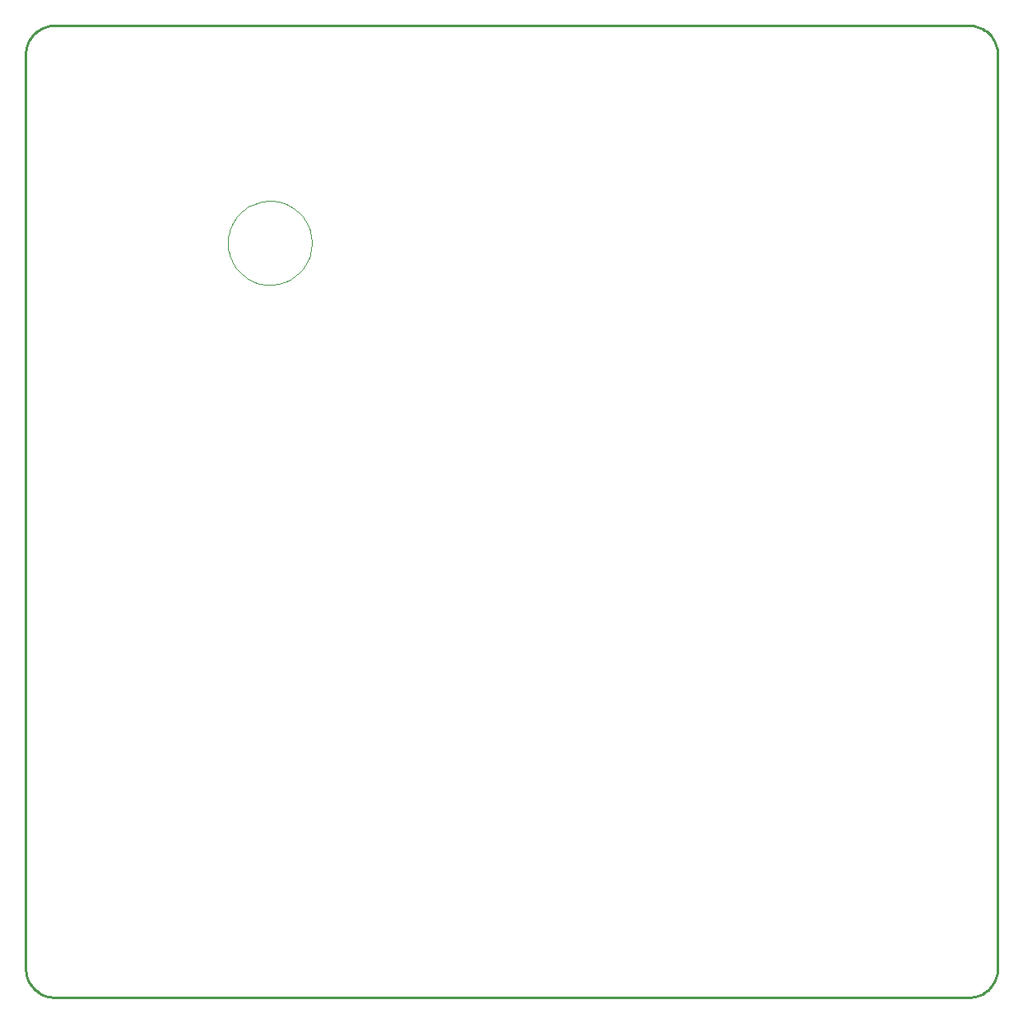
<source format=gm1>
G04*
G04 #@! TF.GenerationSoftware,Altium Limited,Altium Designer,20.0.2 (26)*
G04*
G04 Layer_Color=16711935*
%FSLAX25Y25*%
%MOIN*%
G70*
G01*
G75*
%ADD10C,0.01000*%
%ADD154C,0.00394*%
D10*
X370079Y-381890D02*
X371054Y-381849D01*
X372023Y-381729D01*
X372978Y-381528D01*
X373914Y-381250D01*
X374823Y-380895D01*
X375700Y-380466D01*
X376539Y-379966D01*
X377333Y-379399D01*
X378078Y-378768D01*
X378768Y-378078D01*
X379399Y-377333D01*
X379966Y-376539D01*
X380466Y-375700D01*
X380895Y-374823D01*
X381250Y-373914D01*
X381528Y-372978D01*
X381729Y-372023D01*
X381849Y-371054D01*
X381890Y-370079D01*
X-11811D02*
X-11771Y-371054D01*
X-11650Y-372023D01*
X-11450Y-372978D01*
X-11171Y-373914D01*
X-10816Y-374823D01*
X-10387Y-375700D01*
X-9888Y-376539D01*
X-9321Y-377333D01*
X-8690Y-378078D01*
X-7999Y-378768D01*
X-7254Y-379399D01*
X-6460Y-379966D01*
X-5621Y-380466D01*
X-4744Y-380895D01*
X-3835Y-381250D01*
X-2899Y-381528D01*
X-1944Y-381729D01*
X-975Y-381849D01*
X0Y-381890D01*
X381890Y0D02*
X381849Y975D01*
X381729Y1944D01*
X381528Y2899D01*
X381250Y3835D01*
X380895Y4744D01*
X380466Y5621D01*
X379966Y6460D01*
X379399Y7254D01*
X378768Y7999D01*
X378078Y8690D01*
X377333Y9321D01*
X376539Y9888D01*
X375700Y10387D01*
X374823Y10816D01*
X373914Y11171D01*
X372978Y11450D01*
X372023Y11650D01*
X371054Y11771D01*
X370079Y11811D01*
X0D02*
X-975Y11771D01*
X-1944Y11650D01*
X-2899Y11450D01*
X-3835Y11171D01*
X-4744Y10816D01*
X-5621Y10387D01*
X-6460Y9888D01*
X-7254Y9321D01*
X-7999Y8690D01*
X-8690Y7999D01*
X-9321Y7254D01*
X-9888Y6460D01*
X-10387Y5621D01*
X-10816Y4744D01*
X-11171Y3835D01*
X-11450Y2899D01*
X-11650Y1944D01*
X-11771Y975D01*
X-11811Y0D01*
X0Y11811D02*
X370079D01*
X0Y-381890D02*
X370079D01*
X-11811Y-370079D02*
Y0D01*
X381890Y-370079D02*
Y0D01*
D154*
X104100Y-76300D02*
X104071Y-75302D01*
X103983Y-74308D01*
X103837Y-73321D01*
X103633Y-72344D01*
X103373Y-71380D01*
X103056Y-70434D01*
X102684Y-69507D01*
X102258Y-68604D01*
X101781Y-67728D01*
X101252Y-66881D01*
X100675Y-66067D01*
X100051Y-65288D01*
X99383Y-64547D01*
X98672Y-63846D01*
X97921Y-63189D01*
X97133Y-62576D01*
X96310Y-62011D01*
X95455Y-61495D01*
X94572Y-61030D01*
X93663Y-60618D01*
X92732Y-60260D01*
X91781Y-59957D01*
X90813Y-59711D01*
X89833Y-59521D01*
X88844Y-59390D01*
X87849Y-59316D01*
X86850Y-59302D01*
X85853Y-59346D01*
X84860Y-59448D01*
X83875Y-59609D01*
X82901Y-59827D01*
X81942Y-60101D01*
X81000Y-60432D01*
X80079Y-60817D01*
X79183Y-61256D01*
X78313Y-61747D01*
X77474Y-62287D01*
X76669Y-62876D01*
X75899Y-63512D01*
X75168Y-64191D01*
X74478Y-64912D01*
X73831Y-65673D01*
X73230Y-66470D01*
X72677Y-67301D01*
X72174Y-68163D01*
X71722Y-69053D01*
X71323Y-69968D01*
X70979Y-70904D01*
X70690Y-71860D01*
X70458Y-72831D01*
X70283Y-73813D01*
X70166Y-74805D01*
X70107Y-75801D01*
Y-76799D01*
X70166Y-77795D01*
X70283Y-78787D01*
X70458Y-79769D01*
X70690Y-80740D01*
X70979Y-81695D01*
X71323Y-82632D01*
X71722Y-83547D01*
X72174Y-84437D01*
X72677Y-85299D01*
X73230Y-86130D01*
X73831Y-86927D01*
X74478Y-87688D01*
X75168Y-88409D01*
X75899Y-89088D01*
X76669Y-89723D01*
X77474Y-90312D01*
X78313Y-90853D01*
X79183Y-91344D01*
X80079Y-91782D01*
X81000Y-92168D01*
X81942Y-92498D01*
X82901Y-92773D01*
X83875Y-92991D01*
X84860Y-93152D01*
X85853Y-93254D01*
X86850Y-93298D01*
X87849Y-93283D01*
X88844Y-93210D01*
X89833Y-93079D01*
X90813Y-92889D01*
X91781Y-92643D01*
X92731Y-92340D01*
X93663Y-91982D01*
X94572Y-91570D01*
X95455Y-91105D01*
X96310Y-90589D01*
X97133Y-90024D01*
X97921Y-89411D01*
X98672Y-88754D01*
X99383Y-88053D01*
X100051Y-87312D01*
X100675Y-86533D01*
X101252Y-85719D01*
X101781Y-84872D01*
X102258Y-83996D01*
X102684Y-83093D01*
X103056Y-82166D01*
X103373Y-81220D01*
X103633Y-80256D01*
X103837Y-79279D01*
X103983Y-78292D01*
X104071Y-77298D01*
X104100Y-76300D01*
M02*

</source>
